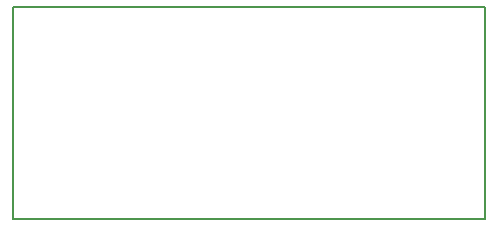
<source format=gko>
G04*
G04 #@! TF.GenerationSoftware,Altium Limited,CircuitStudio,1.5.2 (30)*
G04*
G04 Layer_Color=16720538*
%FSLAX25Y25*%
%MOIN*%
G70*
G01*
G75*
%ADD19C,0.00787*%
D19*
X0Y0D02*
Y70866D01*
Y0D02*
X157480D01*
X0Y70866D02*
X157480D01*
Y0D02*
Y70866D01*
M02*

</source>
